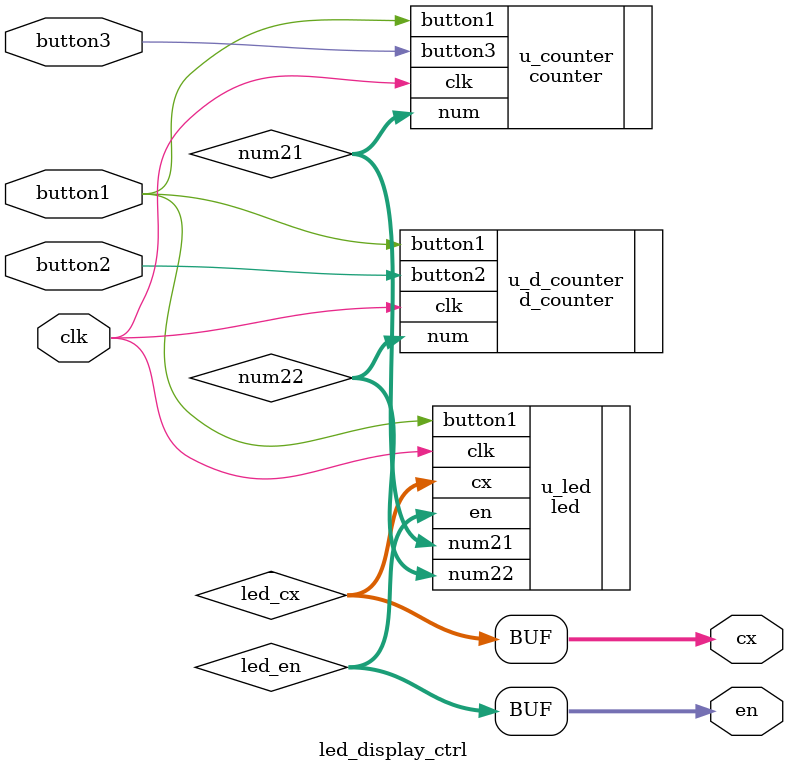
<source format=v>
`timescale 1ns / 1ps

module led_display_ctrl(
    input wire clk,
    input wire button1,
    input wire button2,
    input wire button3,
    output reg[7: 0] en,
    output reg[7: 0] cx
);

    wire[6: 0] num21;
    wire[6: 0] num22;
    wire[7: 0] led_en;
    wire[7: 0] led_cx;

    counter u_counter(
        .clk(clk),
        .button1(button1),
        .button3(button3),
        .num(num21)
    );

    d_counter u_d_counter(
        .clk(clk),
        .button1(button1),
        .button2(button2),
        .num(num22)
    );

    led u_led(
        .clk(clk),
        .button1(button1),
        .num21(num21),
        .num22(num22),
        .en(led_en),
        .cx(led_cx)
    );
    
    always @(*) begin
        en = led_en;
        cx = led_cx;
    end

endmodule
</source>
